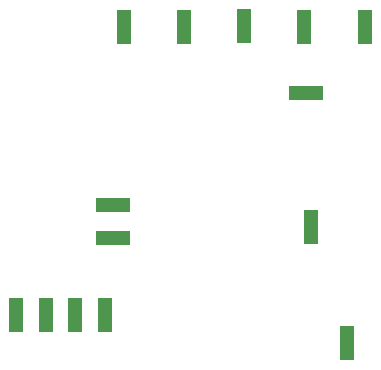
<source format=gbp>
G04*
G04 #@! TF.GenerationSoftware,Altium Limited,Altium Designer,24.1.2 (44)*
G04*
G04 Layer_Color=128*
%FSLAX44Y44*%
%MOMM*%
G71*
G04*
G04 #@! TF.SameCoordinates,8940CB7B-32E8-470A-AB05-D825E909EC58*
G04*
G04*
G04 #@! TF.FilePolarity,Positive*
G04*
G01*
G75*
%ADD49R,3.0000X1.2000*%
%ADD50R,1.2000X3.0000*%
D49*
X262000Y178000D02*
D03*
Y150500D02*
D03*
X425000Y273000D02*
D03*
D50*
X322000Y329000D02*
D03*
X271000D02*
D03*
X460000Y61000D02*
D03*
X430000Y160000D02*
D03*
X373250Y329500D02*
D03*
X475000Y329000D02*
D03*
X424000D02*
D03*
X230000Y85000D02*
D03*
X205000D02*
D03*
X180000D02*
D03*
X255000Y85000D02*
D03*
M02*

</source>
